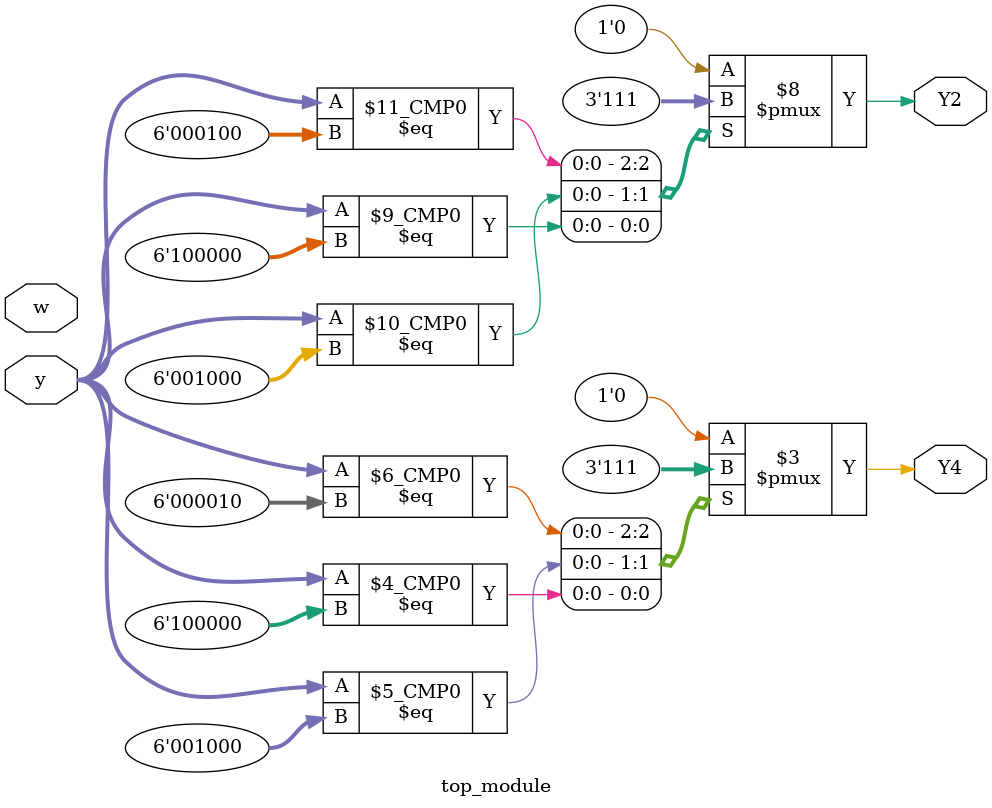
<source format=sv>
module top_module (
    input [6:1] y,
    input w,
    output logic Y2,
    output logic Y4
);

    always_comb begin
        case (y)
            7'b000001: begin
                Y2 = 0;
                Y4 = 0;
            end
            7'b000010: begin
                Y2 = 0;
                Y4 = 1;
            end
            7'b000100: begin
                Y2 = 1;
                Y4 = 0;
            end
            7'b001000: begin
                Y2 = 1;
                Y4 = 1;
            end
            7'b010000: begin
                Y2 = 0;
                Y4 = 0;
            end
            7'b100000: begin
                Y2 = 1;
                Y4 = 1;
            end
            default: begin
                Y2 = 0;
                Y4 = 0;
            end
        endcase
    end

endmodule

</source>
